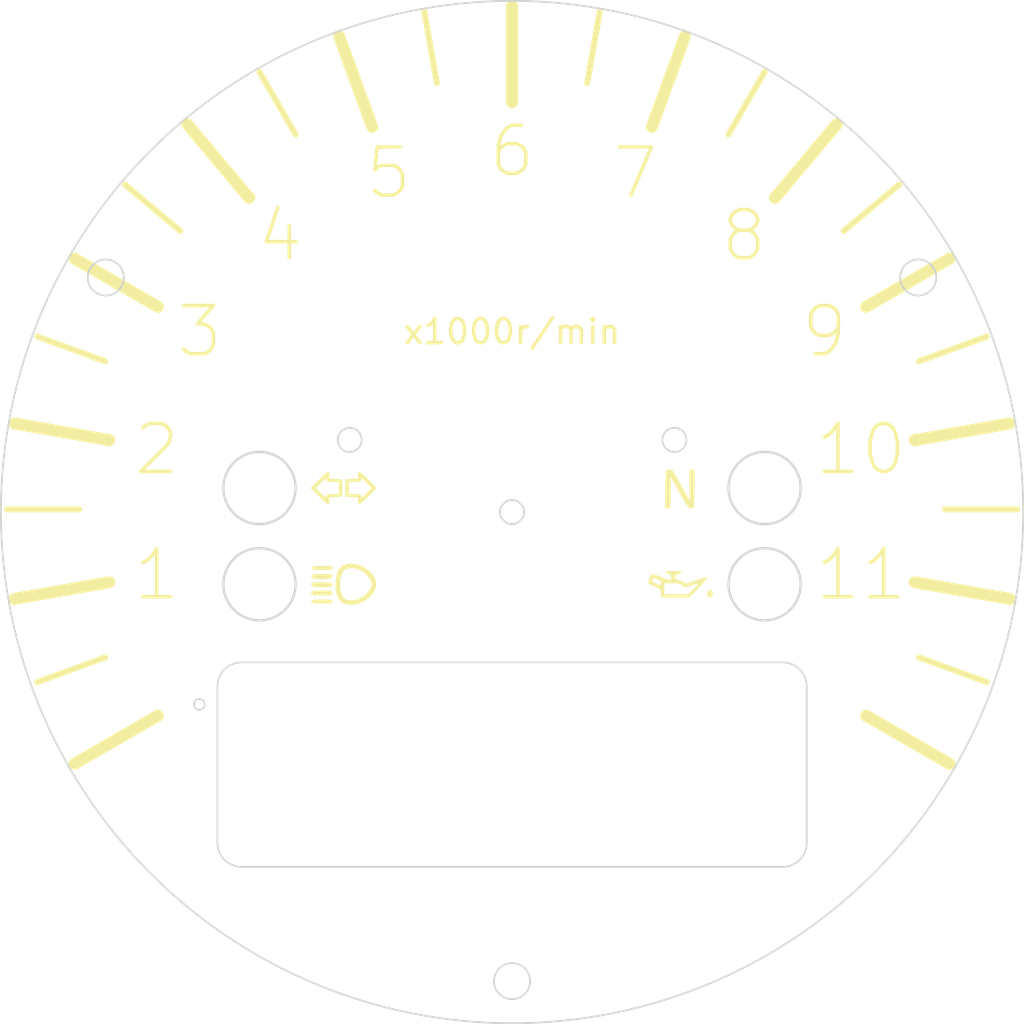
<source format=kicad_pcb>
(kicad_pcb (version 20171130) (host pcbnew "(5.0.1)-4")

  (general
    (thickness 1.6)
    (drawings 57)
    (tracks 0)
    (zones 0)
    (modules 4)
    (nets 1)
  )

  (page A4)
  (layers
    (0 F.Cu signal)
    (31 B.Cu signal)
    (32 B.Adhes user)
    (33 F.Adhes user)
    (34 B.Paste user)
    (35 F.Paste user)
    (36 B.SilkS user)
    (37 F.SilkS user)
    (38 B.Mask user)
    (39 F.Mask user)
    (40 Dwgs.User user)
    (41 Cmts.User user)
    (42 Eco1.User user)
    (43 Eco2.User user)
    (44 Edge.Cuts user)
    (45 Margin user)
    (46 B.CrtYd user)
    (47 F.CrtYd user)
    (48 B.Fab user)
    (49 F.Fab user)
  )

  (setup
    (last_trace_width 0.25)
    (trace_clearance 0.2)
    (zone_clearance 0.508)
    (zone_45_only no)
    (trace_min 0.2)
    (segment_width 0.2)
    (edge_width 0.15)
    (via_size 0.8)
    (via_drill 0.4)
    (via_min_size 0.4)
    (via_min_drill 0.3)
    (uvia_size 0.3)
    (uvia_drill 0.1)
    (uvias_allowed no)
    (uvia_min_size 0.2)
    (uvia_min_drill 0.1)
    (pcb_text_width 0.3)
    (pcb_text_size 1.5 1.5)
    (mod_edge_width 0.15)
    (mod_text_size 1 1)
    (mod_text_width 0.15)
    (pad_size 1.524 1.524)
    (pad_drill 0.762)
    (pad_to_mask_clearance 0.051)
    (solder_mask_min_width 0.25)
    (aux_axis_origin 0 0)
    (visible_elements 7FFFFFFF)
    (pcbplotparams
      (layerselection 0x010f0_ffffffff)
      (usegerberextensions false)
      (usegerberattributes true)
      (usegerberadvancedattributes false)
      (creategerberjobfile false)
      (excludeedgelayer true)
      (linewidth 0.100000)
      (plotframeref false)
      (viasonmask false)
      (mode 1)
      (useauxorigin false)
      (hpglpennumber 1)
      (hpglpenspeed 20)
      (hpglpendiameter 15.000000)
      (psnegative false)
      (psa4output false)
      (plotreference true)
      (plotvalue true)
      (plotinvisibletext false)
      (padsonsilk false)
      (subtractmaskfromsilk false)
      (outputformat 1)
      (mirror false)
      (drillshape 0)
      (scaleselection 1)
      (outputdirectory "face_gerber"))
  )

  (net 0 "")

  (net_class Default "This is the default net class."
    (clearance 0.2)
    (trace_width 0.25)
    (via_dia 0.8)
    (via_drill 0.4)
    (uvia_dia 0.3)
    (uvia_drill 0.1)
  )

  (module footprints:high-beam (layer F.Cu) (tedit 0) (tstamp 5CEBC850)
    (at 136 106)
    (fp_text reference G*** (at 0 0) (layer F.SilkS) hide
      (effects (font (size 1.524 1.524) (thickness 0.3)))
    )
    (fp_text value LOGO (at 0.75 0) (layer F.SilkS) hide
      (effects (font (size 1.524 1.524) (thickness 0.3)))
    )
    (fp_poly (pts (xy -1.388998 -1.52165) (xy -1.143569 -1.510479) (xy -1.005981 -1.484301) (xy -0.945497 -1.436934)
      (xy -0.93138 -1.362194) (xy -0.931333 -1.354667) (xy -0.943013 -1.27741) (xy -0.998542 -1.228033)
      (xy -1.128656 -1.200352) (xy -1.364093 -1.188183) (xy -1.735588 -1.185343) (xy -1.773003 -1.185333)
      (xy -2.140863 -1.193399) (xy -2.436721 -1.215233) (xy -2.623177 -1.247294) (xy -2.667 -1.27)
      (xy -2.695026 -1.378586) (xy -2.611626 -1.453593) (xy -2.400843 -1.499554) (xy -2.046722 -1.521004)
      (xy -1.773003 -1.524) (xy -1.388998 -1.52165)) (layer F.SilkS) (width 0.01))
    (fp_poly (pts (xy -1.393787 -0.844068) (xy -1.145819 -0.832447) (xy -1.006354 -0.806067) (xy -0.944992 -0.759191)
      (xy -0.931333 -0.686392) (xy -0.993582 -0.527285) (xy -1.065258 -0.474725) (xy -1.234942 -0.444126)
      (xy -1.509559 -0.428186) (xy -1.836285 -0.426019) (xy -2.162297 -0.436737) (xy -2.434771 -0.459455)
      (xy -2.600886 -0.493285) (xy -2.615838 -0.500752) (xy -2.691931 -0.631889) (xy -2.681995 -0.711122)
      (xy -2.629694 -0.774607) (xy -2.511199 -0.815212) (xy -2.296115 -0.837508) (xy -1.954045 -0.846066)
      (xy -1.780657 -0.846667) (xy -1.393787 -0.844068)) (layer F.SilkS) (width 0.01))
    (fp_poly (pts (xy -1.373702 -0.155457) (xy -1.066828 -0.112013) (xy -0.911458 -0.036276) (xy -0.899749 0.074478)
      (xy -0.943715 0.141919) (xy -1.068149 0.193003) (xy -1.312722 0.229554) (xy -1.628777 0.250565)
      (xy -1.967662 0.255027) (xy -2.280722 0.241931) (xy -2.519302 0.210269) (xy -2.615838 0.176582)
      (xy -2.691931 0.045444) (xy -2.681995 -0.033789) (xy -2.62727 -0.099376) (xy -2.503228 -0.14044)
      (xy -2.278509 -0.162028) (xy -1.921752 -0.169187) (xy -1.839924 -0.169333) (xy -1.373702 -0.155457)) (layer F.SilkS) (width 0.01))
    (fp_poly (pts (xy -1.735667 0.528782) (xy -1.373463 0.541748) (xy -1.146927 0.561714) (xy -1.022407 0.597726)
      (xy -0.966249 0.658826) (xy -0.946612 0.740833) (xy -0.941227 0.826931) (xy -0.974387 0.882176)
      (xy -1.075832 0.913408) (xy -1.275301 0.92747) (xy -1.602535 0.931201) (xy -1.774769 0.931333)
      (xy -2.175776 0.926928) (xy -2.437911 0.910694) (xy -2.591475 0.878105) (xy -2.666774 0.824631)
      (xy -2.681995 0.795788) (xy -2.689755 0.669434) (xy -2.587799 0.585193) (xy -2.359746 0.538445)
      (xy -1.989217 0.524567) (xy -1.735667 0.528782)) (layer F.SilkS) (width 0.01))
    (fp_poly (pts (xy -1.388998 1.27235) (xy -1.143569 1.283521) (xy -1.005981 1.309699) (xy -0.945497 1.357066)
      (xy -0.93138 1.431806) (xy -0.931333 1.439333) (xy -0.943013 1.51659) (xy -0.998542 1.565967)
      (xy -1.128656 1.593648) (xy -1.364093 1.605817) (xy -1.735588 1.608657) (xy -1.773003 1.608667)
      (xy -2.140863 1.600601) (xy -2.436721 1.578767) (xy -2.623177 1.546706) (xy -2.667 1.524)
      (xy -2.695026 1.415414) (xy -2.611626 1.340407) (xy -2.400843 1.294446) (xy -2.046722 1.272996)
      (xy -1.773003 1.27) (xy -1.388998 1.27235)) (layer F.SilkS) (width 0.01))
    (fp_poly (pts (xy 0.682068 -1.717439) (xy 1.183676 -1.632241) (xy 1.657491 -1.434692) (xy 2.075239 -1.148748)
      (xy 2.408646 -0.798359) (xy 2.629435 -0.407481) (xy 2.709333 -0.000067) (xy 2.709333 0)
      (xy 2.629766 0.409763) (xy 2.411378 0.796257) (xy 2.084638 1.13999) (xy 1.680018 1.42147)
      (xy 1.227987 1.621207) (xy 0.759014 1.719709) (xy 0.303572 1.697485) (xy 0.130241 1.649805)
      (xy -0.210428 1.466027) (xy -0.452873 1.181709) (xy -0.602791 0.783383) (xy -0.66588 0.257581)
      (xy -0.661474 -0.110917) (xy -0.30254 -0.110917) (xy -0.286004 0.328103) (xy -0.203072 0.731232)
      (xy -0.053745 1.050551) (xy 0.046224 1.164167) (xy 0.349118 1.322393) (xy 0.743549 1.343407)
      (xy 1.093856 1.271953) (xy 1.539479 1.072065) (xy 1.924776 0.763658) (xy 2.197109 0.38935)
      (xy 2.205908 0.371548) (xy 2.385772 0) (xy 2.205908 -0.371549) (xy 1.967863 -0.719854)
      (xy 1.641286 -1.004274) (xy 1.261586 -1.211813) (xy 0.864169 -1.329478) (xy 0.484444 -1.344273)
      (xy 0.157817 -1.243203) (xy 0.046224 -1.164167) (xy -0.136427 -0.904969) (xy -0.252681 -0.537913)
      (xy -0.30254 -0.110917) (xy -0.661474 -0.110917) (xy -0.66019 -0.218206) (xy -0.586324 -0.787713)
      (xy -0.427158 -1.214839) (xy -0.175788 -1.507295) (xy 0.17469 -1.672792) (xy 0.63118 -1.71904)
      (xy 0.682068 -1.717439)) (layer F.SilkS) (width 0.01))
  )

  (module footprints:turn-signals (layer F.Cu) (tedit 0) (tstamp 5CEBC928)
    (at 136 98)
    (fp_text reference G*** (at 0 0) (layer F.SilkS) hide
      (effects (font (size 1.524 1.524) (thickness 0.3)))
    )
    (fp_text value LOGO (at 0.75 0) (layer F.SilkS) hide
      (effects (font (size 1.524 1.524) (thickness 0.3)))
    )
    (fp_poly (pts (xy 1.393016 -1.297648) (xy 1.581723 -1.142976) (xy 1.830929 -0.915229) (xy 2.074333 -0.677334)
      (xy 2.747694 0) (xy 2.074333 0.677333) (xy 1.795595 0.948586) (xy 1.552748 1.168099)
      (xy 1.37414 1.311294) (xy 1.293153 1.354667) (xy 1.214783 1.277396) (xy 1.185342 1.066934)
      (xy 1.185333 1.062373) (xy 1.185333 0.77008) (xy 0.656167 0.744873) (xy 0.127 0.719667)
      (xy 0.127 -0.508) (xy 0.423333 -0.508) (xy 0.423333 0.508) (xy 0.931333 0.508)
      (xy 1.213605 0.513265) (xy 1.366066 0.538865) (xy 1.428147 0.599507) (xy 1.439333 0.697492)
      (xy 1.453796 0.779766) (xy 1.512406 0.77847) (xy 1.637996 0.680529) (xy 1.853398 0.472865)
      (xy 1.882825 0.443492) (xy 2.326317 0) (xy 1.882825 -0.443492) (xy 1.65642 -0.663718)
      (xy 1.52228 -0.772816) (xy 1.45757 -0.783864) (xy 1.439461 -0.709938) (xy 1.439333 -0.697492)
      (xy 1.425219 -0.5922) (xy 1.356589 -0.53533) (xy 1.194015 -0.512173) (xy 0.931333 -0.508)
      (xy 0.423333 -0.508) (xy 0.127 -0.508) (xy 0.127 -0.719667) (xy 0.656167 -0.744874)
      (xy 1.185333 -0.77008) (xy 1.185333 -1.062374) (xy 1.213836 -1.274831) (xy 1.291471 -1.354643)
      (xy 1.293153 -1.354667) (xy 1.393016 -1.297648)) (layer F.SilkS) (width 0.01))
    (fp_poly (pts (xy -1.214783 -1.277396) (xy -1.185342 -1.066934) (xy -1.185333 -1.062374) (xy -1.185333 -0.77008)
      (xy -0.656167 -0.744874) (xy -0.127 -0.719667) (xy -0.127 0.719667) (xy -0.656167 0.744873)
      (xy -1.185333 0.77008) (xy -1.185333 1.062373) (xy -1.213837 1.274831) (xy -1.291471 1.354642)
      (xy -1.293153 1.354667) (xy -1.393016 1.297648) (xy -1.581724 1.142976) (xy -1.830929 0.915229)
      (xy -2.074334 0.677333) (xy -2.747693 0) (xy -2.745515 -0.002191) (xy -2.324126 -0.002191)
      (xy -1.902897 0.426592) (xy -1.682766 0.643735) (xy -1.551268 0.749346) (xy -1.483547 0.757571)
      (xy -1.454747 0.682552) (xy -1.454612 0.681688) (xy -1.419134 0.583748) (xy -1.324195 0.53126)
      (xy -1.128533 0.510681) (xy -0.925445 0.508) (xy -0.423333 0.508) (xy -0.423333 -0.508)
      (xy -0.931333 -0.508) (xy -1.213605 -0.513265) (xy -1.366066 -0.538865) (xy -1.428147 -0.599508)
      (xy -1.439333 -0.697492) (xy -1.453769 -0.779881) (xy -1.51232 -0.778647) (xy -1.637855 -0.68072)
      (xy -1.853242 -0.473025) (xy -1.88173 -0.444588) (xy -2.324126 -0.002191) (xy -2.745515 -0.002191)
      (xy -2.074333 -0.677333) (xy -1.795595 -0.948586) (xy -1.552749 -1.168099) (xy -1.37414 -1.311294)
      (xy -1.293153 -1.354667) (xy -1.214783 -1.277396)) (layer F.SilkS) (width 0.01))
  )

  (module footprints:neutral (layer F.Cu) (tedit 0) (tstamp 5CEBC936)
    (at 164 98)
    (fp_text reference G*** (at 0 0) (layer F.SilkS) hide
      (effects (font (size 1.524 1.524) (thickness 0.3)))
    )
    (fp_text value LOGO (at 0.75 0) (layer F.SilkS) hide
      (effects (font (size 1.524 1.524) (thickness 0.3)))
    )
    (fp_poly (pts (xy 1.143 1.651) (xy 0.914514 1.677371) (xy 0.822508 1.68166) (xy 0.739009 1.659386)
      (xy 0.651047 1.592668) (xy 0.545652 1.463621) (xy 0.409855 1.254362) (xy 0.230685 0.947008)
      (xy -0.004826 0.523676) (xy -0.259013 0.059269) (xy -0.804333 -0.939794) (xy -0.82765 0.376769)
      (xy -0.850967 1.693333) (xy -1.273737 1.693333) (xy -1.227667 -1.481667) (xy -0.957712 -1.507809)
      (xy -0.853074 -1.516906) (xy -0.767062 -1.508743) (xy -0.685389 -1.464624) (xy -0.593767 -1.365857)
      (xy -0.477907 -1.193747) (xy -0.323522 -0.929601) (xy -0.116323 -0.554725) (xy 0.157977 -0.050424)
      (xy 0.162374 -0.042333) (xy 0.76055 1.058333) (xy 0.761275 -0.232833) (xy 0.762 -1.524)
      (xy 1.18907 -1.524) (xy 1.143 1.651)) (layer F.SilkS) (width 0.01))
  )

  (module footprints:oil (layer F.Cu) (tedit 0) (tstamp 5CEBC945)
    (at 164 106)
    (fp_text reference G*** (at 0 0) (layer F.SilkS) hide
      (effects (font (size 1.524 1.524) (thickness 0.3)))
    )
    (fp_text value LOGO (at 0.75 0) (layer F.SilkS) hide
      (effects (font (size 1.524 1.524) (thickness 0.3)))
    )
    (fp_poly (pts (xy 2.559441 0.4956) (xy 2.648655 0.664143) (xy 2.693026 0.856576) (xy 2.680787 0.968267)
      (xy 2.564259 1.076781) (xy 2.455333 1.100667) (xy 2.290408 1.043894) (xy 2.229879 0.968267)
      (xy 2.224069 0.802943) (xy 2.284424 0.609969) (xy 2.380998 0.461731) (xy 2.455333 0.423333)
      (xy 2.559441 0.4956)) (layer F.SilkS) (width 0.01))
    (fp_poly (pts (xy -0.250123 -1.094785) (xy -0.039594 -1.073433) (xy 0.061838 -1.031047) (xy 0.084667 -0.973667)
      (xy 0.008938 -0.872841) (xy -0.169333 -0.846667) (xy -0.349242 -0.825688) (xy -0.415552 -0.726727)
      (xy -0.423333 -0.592667) (xy -0.401977 -0.412454) (xy -0.303832 -0.346099) (xy -0.180752 -0.338667)
      (xy 0.067329 -0.285387) (xy 0.26525 -0.178657) (xy 0.36046 -0.109884) (xy 0.453451 -0.076862)
      (xy 0.579008 -0.084885) (xy 0.771913 -0.139246) (xy 1.066951 -0.245238) (xy 1.313834 -0.338226)
      (xy 1.710508 -0.478375) (xy 2.013694 -0.565357) (xy 2.199114 -0.592796) (xy 2.240716 -0.581619)
      (xy 2.217919 -0.491203) (xy 2.078251 -0.300633) (xy 1.831606 -0.022023) (xy 1.522722 0.297616)
      (xy 0.723011 1.100667) (xy -1.598931 1.100667) (xy -1.624965 0.74556) (xy -1.649385 0.539653)
      (xy -1.711833 0.411869) (xy -1.853386 0.315643) (xy -2.095326 0.212335) (xy -2.356694 0.098536)
      (xy -2.55679 -0.004893) (xy -2.628842 -0.054975) (xy -2.657906 -0.186556) (xy -2.638075 -0.283097)
      (xy -2.357054 -0.283097) (xy -2.322282 -0.193009) (xy -2.164369 -0.103329) (xy -2.053167 -0.055752)
      (xy -1.802725 0.042458) (xy -1.669936 0.066652) (xy -1.617639 0.011422) (xy -1.611101 -0.084667)
      (xy -1.354667 -0.084667) (xy -1.354667 0.846667) (xy 0.640784 0.846667) (xy 1.103559 0.37192)
      (xy 1.327452 0.133908) (xy 1.428092 -0.004001) (xy 1.398138 -0.048812) (xy 1.23025 -0.007529)
      (xy 0.917086 0.112846) (xy 0.857493 0.137142) (xy 0.549894 0.23602) (xy 0.331262 0.229612)
      (xy 0.155377 0.114598) (xy 0.127 0.084667) (xy 0.019771 -0.003709) (xy -0.132143 -0.05542)
      (xy -0.371875 -0.079403) (xy -0.690456 -0.084667) (xy -1.354667 -0.084667) (xy -1.611101 -0.084667)
      (xy -1.608667 -0.120434) (xy -1.648012 -0.275663) (xy -1.794022 -0.381138) (xy -1.91506 -0.426654)
      (xy -2.130113 -0.483183) (xy -2.246451 -0.464928) (xy -2.294764 -0.412053) (xy -2.357054 -0.283097)
      (xy -2.638075 -0.283097) (xy -2.615367 -0.393641) (xy -2.525922 -0.614031) (xy -2.414267 -0.785527)
      (xy -2.3145 -0.846667) (xy -2.181133 -0.815023) (xy -1.941272 -0.73143) (xy -1.643081 -0.612894)
      (xy -1.595161 -0.592667) (xy -1.227509 -0.442037) (xy -0.986512 -0.364241) (xy -0.846039 -0.3591)
      (xy -0.779957 -0.426439) (xy -0.762137 -0.566082) (xy -0.762 -0.587043) (xy -0.789825 -0.770981)
      (xy -0.904962 -0.848084) (xy -0.988304 -0.86221) (xy -1.168248 -0.917437) (xy -1.24936 -0.994833)
      (xy -1.220911 -1.050339) (xy -1.076914 -1.083892) (xy -0.796019 -1.09897) (xy -0.599722 -1.100667)
      (xy -0.250123 -1.094785)) (layer F.SilkS) (width 0.01))
  )

  (gr_line (start 174.5 114.5) (end 174.5 127.5) (layer Edge.Cuts) (width 0.15))
  (gr_arc (start 127.5 114.5) (end 127.5 112.5) (angle -90) (layer Edge.Cuts) (width 0.15))
  (gr_arc (start 127.5 127.5) (end 125.5 127.5) (angle -90) (layer Edge.Cuts) (width 0.15))
  (gr_circle (center 150 139) (end 151.5 139) (layer Edge.Cuts) (width 0.15))
  (gr_arc (start 172.5 127.5) (end 172.5 129.5) (angle -90) (layer Edge.Cuts) (width 0.15))
  (gr_circle (center 124 116) (end 124.45 116) (layer Edge.Cuts) (width 0.15))
  (gr_line (start 125.5 114.5) (end 125.5 127.5) (layer Edge.Cuts) (width 0.15))
  (gr_circle (center 183.77 80.5) (end 185.27 80.5) (layer Edge.Cuts) (width 0.15))
  (gr_arc (start 172.5 114.5) (end 174.5 114.5) (angle -90) (layer Edge.Cuts) (width 0.15))
  (gr_circle (center 171 98) (end 174 98) (layer Edge.Cuts) (width 0.2) (tstamp 5CBF87C4))
  (gr_line (start 127.5 112.5) (end 172.5 112.5) (layer Edge.Cuts) (width 0.15))
  (gr_circle (center 116.22 80.5) (end 117.72 80.5) (layer Edge.Cuts) (width 0.15))
  (gr_circle (center 163.5 94) (end 164.5 94) (layer Edge.Cuts) (width 0.15))
  (gr_circle (center 129 98) (end 132 98) (layer Edge.Cuts) (width 0.2))
  (gr_circle (center 136.5 94) (end 137.5 94) (layer Edge.Cuts) (width 0.15))
  (gr_circle (center 150 100) (end 151 100) (layer Edge.Cuts) (width 0.15))
  (gr_circle (center 171 106) (end 174 106) (layer Edge.Cuts) (width 0.2) (tstamp 5CDF484C))
  (gr_circle (center 129 106) (end 132 106) (layer Edge.Cuts) (width 0.2))
  (gr_line (start 127.5 129.5) (end 172.5 129.5) (layer Edge.Cuts) (width 0.15))
  (gr_line (start 110.53291 114.139821) (end 116.171066 112.0877) (layer F.SilkS) (width 0.5))
  (gr_line (start 108 99.774975) (end 114 99.774975) (layer F.SilkS) (width 0.5))
  (gr_line (start 157.293223 58.413049) (end 156.251334 64.321896) (layer F.SilkS) (width 0.5))
  (gr_line (start 182.173867 72.777895) (end 177.5776 76.634621) (layer F.SilkS) (width 0.5))
  (gr_line (start 110.53291 85.410129) (end 116.171066 87.46225) (layer F.SilkS) (width 0.5))
  (gr_line (start 171 63.401908) (end 168 68.59806) (layer F.SilkS) (width 0.5))
  (gr_line (start 129 63.401908) (end 132 68.59806) (layer F.SilkS) (width 0.5))
  (gr_line (start 189.46709 114.139821) (end 183.828934 112.0877) (layer F.SilkS) (width 0.5))
  (gr_line (start 189.46709 85.410129) (end 183.828934 87.46225) (layer F.SilkS) (width 0.5))
  (gr_line (start 192 99.774975) (end 186 99.774975) (layer F.SilkS) (width 0.5))
  (gr_line (start 117.826133 72.777895) (end 122.4224 76.634621) (layer F.SilkS) (width 0.5))
  (gr_line (start 142.706777 58.413049) (end 143.748666 64.321896) (layer F.SilkS) (width 0.5))
  (gr_line (start 191.361926 92.636353) (end 183.483464 94.025538) (layer F.SilkS) (width 1))
  (gr_line (start 150 57.929576) (end 150 65.929576) (layer F.SilkS) (width 1))
  (gr_line (start 113.626933 78.929576) (end 120.555136 82.929576) (layer F.SilkS) (width 1))
  (gr_line (start 176.99708 67.755709) (end 171.854779 73.884065) (layer F.SilkS) (width 1))
  (gr_line (start 191.361926 107.222799) (end 183.483464 105.833614) (layer F.SilkS) (width 1))
  (gr_line (start 135.635154 60.462486) (end 138.371315 67.980027) (layer F.SilkS) (width 1))
  (gr_line (start 164.364846 60.462486) (end 161.628685 67.980027) (layer F.SilkS) (width 1))
  (gr_line (start 108.638074 92.636353) (end 116.516536 94.025538) (layer F.SilkS) (width 1))
  (gr_line (start 113.626933 120.929576) (end 120.555136 116.929576) (layer F.SilkS) (width 1))
  (gr_line (start 186.373067 78.929576) (end 179.444864 82.929576) (layer F.SilkS) (width 1))
  (gr_line (start 123.00292 67.755709) (end 128.145221 73.884065) (layer F.SilkS) (width 1))
  (gr_line (start 186.373067 120.929576) (end 179.444864 116.929576) (layer F.SilkS) (width 1))
  (gr_line (start 108.638074 107.222799) (end 116.516536 105.833614) (layer F.SilkS) (width 1))
  (gr_text 3 (at 124.019238 85) (layer F.SilkS)
    (effects (font (size 4 4) (thickness 0.3)))
  )
  (gr_text x1000r/min (at 150 85) (layer F.SilkS)
    (effects (font (size 2 2) (thickness 0.3)))
  )
  (gr_text 10 (at 179 94.790555) (layer F.SilkS)
    (effects (font (size 4 4) (thickness 0.3)))
  )
  (gr_text 7 (at 160.260604 71.809221) (layer F.SilkS)
    (effects (font (size 4 4) (thickness 0.3)))
  )
  (gr_text 11 (at 179 105.209445) (layer F.SilkS)
    (effects (font (size 4 4) (thickness 0.3)))
  )
  (gr_text 6 (at 150 70) (layer F.SilkS)
    (effects (font (size 4 4) (thickness 0.3)))
  )
  (gr_text 5 (at 139.739396 71.809221) (layer F.SilkS)
    (effects (font (size 4 4) (thickness 0.3)))
  )
  (gr_text 8 (at 169.283628 77.018667) (layer F.SilkS)
    (effects (font (size 4 4) (thickness 0.3)))
  )
  (gr_text 4 (at 130.716372 77.018667) (layer F.SilkS)
    (effects (font (size 4 4) (thickness 0.3)))
  )
  (gr_text 1 (at 120.455767 105.209445) (layer F.SilkS)
    (effects (font (size 4 4) (thickness 0.3)))
  )
  (gr_text 9 (at 175.980762 85) (layer F.SilkS)
    (effects (font (size 4 4) (thickness 0.3)))
  )
  (gr_text 2 (at 120.455767 94.790555) (layer F.SilkS)
    (effects (font (size 4 4) (thickness 0.3)))
  )
  (gr_circle (center 150 100) (end 192.5 100) (layer Edge.Cuts) (width 0.15))

)

</source>
